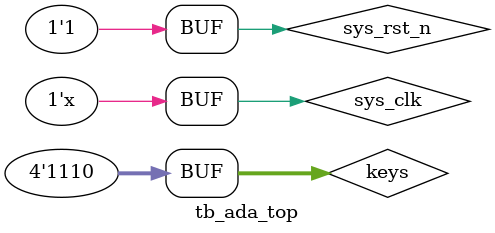
<source format=v>
`timescale 1ns / 1ps


module tb_ada_top ();
  // parameter define
  parameter CLK_PERIOD = 20;  // clock period in ns
  parameter DEBOUNCE_CNT_MAX = 20'd1000;  // debounce for 1000 * 20ns(1s/50MHz) = 20000ns / 20us

  // reg define
  reg sys_clk;  // system clock
  reg sys_rst_n;  // system reset active low
  reg [3:0] keys;  // keys

  // signal init
  initial begin
    keys = 4'b1111;
    sys_clk = 1'b0;
    sys_rst_n = 1'b0;
    #200 sys_rst_n = 1'b1;
    // key signal change
    #32000 keys = 4'b1110;
    #2000 keys = 4'b1111;
    #5000 keys = 4'b1110;
    #4000 keys = 4'b1111;
    #2000 keys = 4'b1110;
    #30000 keys = 4'b1111;
    #5000 keys = 4'b1110;
    #4000 keys = 4'b1111;
    #30000 keys = 4'b1110;
  end

  // clock generator
  always #(CLK_PERIOD / 2) sys_clk = ~sys_clk;
  ada_top #(
      .DEBOUNCE_CNT_MAX(DEBOUNCE_CNT_MAX)
  ) ada_top_tb0 (
      .sys_clk  (sys_clk),    // system clock
      .sys_rst_n(sys_rst_n),  // system reset active low
      // dac interface
      .da_clk   (),           // dac clock
      .da_data  (),           // data to dac
      // adc interface
      .ad_data  (),           // adc input data
      .ad_otr   (),           // 0: adc data is valid, 1: adc data is invalid (over range)
      .ad_clk   (),           // adc clock
      // buzzer
      .buzzer   (),           // buzzer (beep when adc data is over range)
      // keys
      .keys     (keys),       // keys
      // 7-segment display
      .seg_sel  (),           // segment select
      .seg_disp ()            // segment display data
  );
endmodule

</source>
